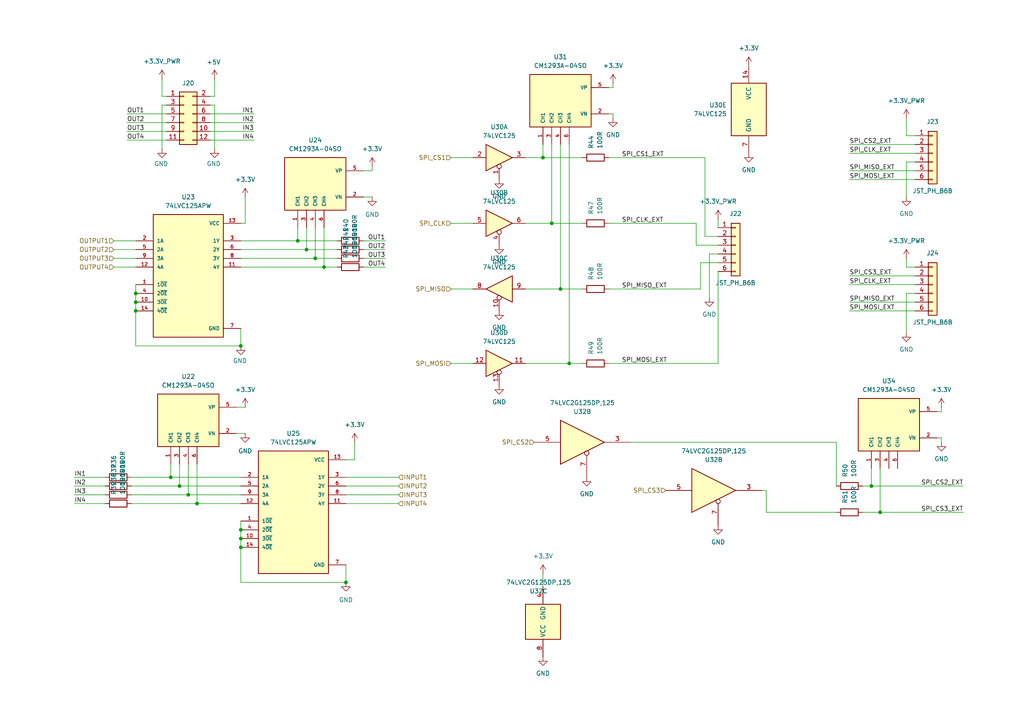
<source format=kicad_sch>
(kicad_sch (version 20231120) (generator "eeschema") (generator_version "8.0")
  (paper "A4")
  (lib_symbols
    (symbol "74LVC125APW:74LVC125APW" (pin_names (offset 1.016))
      (property "Reference" "U" (at -10.16 18.542 0))
      (property "Value" "74LVC125APW" (at -10.16 -20.32 0))
      (symbol "74LVC125APW_0_0"
        (rectangle (start -10.16 -17.78) (end 10.16 17.78) (stroke (width 0.254)) (fill (type background)))
        (pin input line (at -15.24 -2.54 0) (length 5.08) (name "1~{OE}") (number "1"))
        (pin input line (at -15.24 -7.62 0) (length 5.08) (name "3~{OE}") (number "10"))
        (pin output line (at 15.24 2.54 180) (length 5.08) (name "4Y") (number "11"))
        (pin input line (at -15.24 2.54 0) (length 5.08) (name "4A") (number "12"))
        (pin power_in line (at 15.24 15.24 180) (length 5.08) (name "VCC") (number "13"))
        (pin input line (at -15.24 -10.16 0) (length 5.08) (name "4~{OE}") (number "14"))
        (pin input line (at -15.24 10.16 0) (length 5.08) (name "1A") (number "2"))
        (pin output line (at 15.24 10.16 180) (length 5.08) (name "1Y") (number "3"))
        (pin input line (at -15.24 -5.08 0) (length 5.08) (name "2~{OE}") (number "4"))
        (pin input line (at -15.24 7.62 0) (length 5.08) (name "2A") (number "5"))
        (pin output line (at 15.24 7.62 180) (length 5.08) (name "2Y") (number "6"))
        (pin power_in line (at 15.24 -15.24 180) (length 5.08) (name "GND") (number "7"))
        (pin output line (at 15.24 5.08 180) (length 5.08) (name "3Y") (number "8"))
        (pin input line (at -15.24 5.08 0) (length 5.08) (name "3A") (number "9"))
      )
    )
    (symbol "74xGxx:74LVC2G125"
      (property "Reference" "U" (at 2.54 7.62 0))
      (property "Value" "74LVC2G125" (at 2.54 -7.62 0))
      (symbol "74LVC2G125_1_1"
        (polyline (pts (xy -7.62 6.35) (xy -7.62 -6.35) (xy 5.08 0) (xy -7.62 6.35)) (stroke (width 0.254)) (fill (type background)))
        (pin input inverted (at 0 10.16 270) (length 7.62) (name "~") (number "1"))
        (pin input line (at -15.24 0 0) (length 7.62) (name "~") (number "2"))
        (pin tri_state line (at 12.7 0 180) (length 7.62) (name "~") (number "6"))
      )
      (symbol "74LVC2G125_2_1"
        (polyline (pts (xy -7.62 6.35) (xy -7.62 -6.35) (xy 5.08 0) (xy -7.62 6.35)) (stroke (width 0.254)) (fill (type background)))
        (pin tri_state line (at 12.7 0 180) (length 7.62) (name "~") (number "3"))
        (pin input line (at -15.24 0 0) (length 7.62) (name "~") (number "5"))
        (pin input inverted (at 0 10.16 270) (length 7.62) (name "~") (number "7"))
      )
      (symbol "74LVC2G125_3_0"
        (rectangle (start -5.08 -5.08) (end 5.08 5.08) (stroke (width 0.254)) (fill (type background)))
      )
      (symbol "74LVC2G125_3_1"
        (pin power_in line (at 0 -10.16 90) (length 5.08) (name "GND") (number "4"))
        (pin power_in line (at 0 10.16 270) (length 5.08) (name "VCC") (number "8"))
      )
    )
    (symbol "74xx:74LVC125" (pin_names (offset 1.016))
      (property "Reference" "U" (at 0 1.27 0))
      (property "Value" "74LVC125" (at 0 -1.27 0))
      (symbol "74LVC125_1_0"
        (polyline (pts (xy -3.81 3.81) (xy -3.81 -3.81) (xy 3.81 0) (xy -3.81 3.81)) (stroke (width 0.254)) (fill (type background)))
        (pin input inverted (at 0 -6.35 90) (length 4.445) (name "~") (number "1"))
        (pin input line (at -7.62 0 0) (length 3.81) (name "~") (number "2"))
        (pin tri_state line (at 7.62 0 180) (length 3.81) (name "~") (number "3"))
      )
      (symbol "74LVC125_2_0"
        (polyline (pts (xy -3.81 3.81) (xy -3.81 -3.81) (xy 3.81 0) (xy -3.81 3.81)) (stroke (width 0.254)) (fill (type background)))
        (pin input inverted (at 0 -6.35 90) (length 4.445) (name "~") (number "4"))
        (pin input line (at -7.62 0 0) (length 3.81) (name "~") (number "5"))
        (pin tri_state line (at 7.62 0 180) (length 3.81) (name "~") (number "6"))
      )
      (symbol "74LVC125_3_0"
        (polyline (pts (xy -3.81 3.81) (xy -3.81 -3.81) (xy 3.81 0) (xy -3.81 3.81)) (stroke (width 0.254)) (fill (type background)))
        (pin input inverted (at 0 -6.35 90) (length 4.445) (name "~") (number "10"))
        (pin tri_state line (at 7.62 0 180) (length 3.81) (name "~") (number "8"))
        (pin input line (at -7.62 0 0) (length 3.81) (name "~") (number "9"))
      )
      (symbol "74LVC125_4_0"
        (polyline (pts (xy -3.81 3.81) (xy -3.81 -3.81) (xy 3.81 0) (xy -3.81 3.81)) (stroke (width 0.254)) (fill (type background)))
        (pin tri_state line (at 7.62 0 180) (length 3.81) (name "~") (number "11"))
        (pin input line (at -7.62 0 0) (length 3.81) (name "~") (number "12"))
        (pin input inverted (at 0 -6.35 90) (length 4.445) (name "~") (number "13"))
      )
      (symbol "74LVC125_5_0"
        (pin power_in line (at 0 12.7 270) (length 5.08) (name "VCC") (number "14"))
        (pin power_in line (at 0 -12.7 90) (length 5.08) (name "GND") (number "7"))
      )
      (symbol "74LVC125_5_1"
        (rectangle (start -5.08 7.62) (end 5.08 -7.62) (stroke (width 0.254)) (fill (type background)))
      )
    )
    (symbol "CM1293A-04SO:CM1293A-04SO" (pin_names (offset 1.016))
      (property "Reference" "U" (at 4.826 7.366 0))
      (property "Value" "CM1293A-04SO" (at 19.05 -12.7 0))
      (symbol "CM1293A-04SO_0_0"
        (rectangle (start 5.08 5.08) (end 22.86 -10.16) (stroke (width 0.254)) (fill (type background)))
        (pin bidirectional line (at 8.89 -15.24 90) (length 5.08) (name "CH1") (number "1"))
        (pin bidirectional line (at 27.94 -6.35 180) (length 5.08) (name "VN") (number "2"))
        (pin bidirectional line (at 11.43 -15.24 90) (length 5.08) (name "CH2") (number "3"))
        (pin bidirectional line (at 13.97 -15.24 90) (length 5.08) (name "CH3") (number "4"))
        (pin bidirectional line (at 27.94 1.27 180) (length 5.08) (name "VP") (number "5"))
        (pin bidirectional line (at 16.51 -15.24 90) (length 5.08) (name "CH4") (number "6"))
      )
    )
    (symbol "Connector_Generic:Conn_01x06" (pin_names (offset 1.016) hide)
      (property "Reference" "J" (at 0 7.62 0))
      (property "Value" "Conn_01x06" (at 0 -10.16 0))
      (symbol "Conn_01x06_1_1"
        (rectangle (start -1.27 -7.493) (end 0 -7.747) (stroke (width 0.1524)))
        (rectangle (start -1.27 -4.953) (end 0 -5.207) (stroke (width 0.1524)))
        (rectangle (start -1.27 -2.413) (end 0 -2.667) (stroke (width 0.1524)))
        (rectangle (start -1.27 0.127) (end 0 -0.127) (stroke (width 0.1524)))
        (rectangle (start -1.27 2.667) (end 0 2.413) (stroke (width 0.1524)))
        (rectangle (start -1.27 5.207) (end 0 4.953) (stroke (width 0.1524)))
        (rectangle (start -1.27 6.35) (end 1.27 -8.89) (stroke (width 0.254)) (fill (type background)))
        (pin passive line (at -5.08 5.08 0) (length 3.81) (name "Pin_1") (number "1"))
        (pin passive line (at -5.08 2.54 0) (length 3.81) (name "Pin_2") (number "2"))
        (pin passive line (at -5.08 0 0) (length 3.81) (name "Pin_3") (number "3"))
        (pin passive line (at -5.08 -2.54 0) (length 3.81) (name "Pin_4") (number "4"))
        (pin passive line (at -5.08 -5.08 0) (length 3.81) (name "Pin_5") (number "5"))
        (pin passive line (at -5.08 -7.62 0) (length 3.81) (name "Pin_6") (number "6"))
      )
    )
    (symbol "Connector_Generic:Conn_02x06_Odd_Even" (pin_names (offset 1.016) hide)
      (property "Reference" "J" (at 1.27 7.62 0))
      (property "Value" "Conn_02x06_Odd_Even" (at 1.27 -10.16 0))
      (symbol "Conn_02x06_Odd_Even_1_1"
        (rectangle (start -1.27 -7.493) (end 0 -7.747) (stroke (width 0.1524)))
        (rectangle (start -1.27 -4.953) (end 0 -5.207) (stroke (width 0.1524)))
        (rectangle (start -1.27 -2.413) (end 0 -2.667) (stroke (width 0.1524)))
        (rectangle (start -1.27 0.127) (end 0 -0.127) (stroke (width 0.1524)))
        (rectangle (start -1.27 2.667) (end 0 2.413) (stroke (width 0.1524)))
        (rectangle (start -1.27 5.207) (end 0 4.953) (stroke (width 0.1524)))
        (rectangle (start -1.27 6.35) (end 3.81 -8.89) (stroke (width 0.254)) (fill (type background)))
        (rectangle (start 3.81 -7.493) (end 2.54 -7.747) (stroke (width 0.1524)))
        (rectangle (start 3.81 -4.953) (end 2.54 -5.207) (stroke (width 0.1524)))
        (rectangle (start 3.81 -2.413) (end 2.54 -2.667) (stroke (width 0.1524)))
        (rectangle (start 3.81 0.127) (end 2.54 -0.127) (stroke (width 0.1524)))
        (rectangle (start 3.81 2.667) (end 2.54 2.413) (stroke (width 0.1524)))
        (rectangle (start 3.81 5.207) (end 2.54 4.953) (stroke (width 0.1524)))
        (pin passive line (at -5.08 5.08 0) (length 3.81) (name "Pin_1") (number "1"))
        (pin passive line (at 7.62 -5.08 180) (length 3.81) (name "Pin_10") (number "10"))
        (pin passive line (at -5.08 -7.62 0) (length 3.81) (name "Pin_11") (number "11"))
        (pin passive line (at 7.62 -7.62 180) (length 3.81) (name "Pin_12") (number "12"))
        (pin passive line (at 7.62 5.08 180) (length 3.81) (name "Pin_2") (number "2"))
        (pin passive line (at -5.08 2.54 0) (length 3.81) (name "Pin_3") (number "3"))
        (pin passive line (at 7.62 2.54 180) (length 3.81) (name "Pin_4") (number "4"))
        (pin passive line (at -5.08 0 0) (length 3.81) (name "Pin_5") (number "5"))
        (pin passive line (at 7.62 0 180) (length 3.81) (name "Pin_6") (number "6"))
        (pin passive line (at -5.08 -2.54 0) (length 3.81) (name "Pin_7") (number "7"))
        (pin passive line (at 7.62 -2.54 180) (length 3.81) (name "Pin_8") (number "8"))
        (pin passive line (at -5.08 -5.08 0) (length 3.81) (name "Pin_9") (number "9"))
      )
    )
    (symbol "Device:R" (pin_numbers hide) (pin_names (offset 0))
      (property "Reference" "R" (at 2.032 0 90))
      (property "Value" "R" (at 0 0 90))
      (symbol "R_0_1"
        (rectangle (start -1.016 -2.54) (end 1.016 2.54) (stroke (width 0.254)))
      )
      (symbol "R_1_1"
        (pin passive line (at 0 3.81 270) (length 1.27) (name "~") (number "1"))
        (pin passive line (at 0 -3.81 90) (length 1.27) (name "~") (number "2"))
      )
    )
    (symbol "power:+3.3V" (power) (pin_numbers hide) (pin_names (offset 0) hide)
      (property "Value" "+3.3V" (at 0 3.556 0))
      (symbol "+3.3V_0_1"
        (polyline (pts (xy -0.762 1.27) (xy 0 2.54)))
        (polyline (pts (xy 0 0) (xy 0 2.54)))
        (polyline (pts (xy 0 2.54) (xy 0.762 1.27)))
      )
      (symbol "+3.3V_1_1"
        (pin power_in line (at 0 0 90) (length 0) (name "~") (number "1"))
      )
    )
    (symbol "power:+5V" (power) (pin_numbers hide) (pin_names (offset 0) hide)
      (property "Value" "+5V" (at 0 3.556 0))
      (symbol "+5V_0_1"
        (polyline (pts (xy -0.762 1.27) (xy 0 2.54)))
        (polyline (pts (xy 0 0) (xy 0 2.54)))
        (polyline (pts (xy 0 2.54) (xy 0.762 1.27)))
      )
      (symbol "+5V_1_1"
        (pin power_in line (at 0 0 90) (length 0) (name "~") (number "1"))
      )
    )
    (symbol "power:GND" (power) (pin_numbers hide) (pin_names (offset 0) hide)
      (property "Value" "GND" (at 0 -3.81 0))
      (symbol "GND_0_1"
        (polyline (pts (xy 0 0) (xy 0 -1.27) (xy 1.27 -1.27) (xy 0 -2.54) (xy -1.27 -1.27) (xy 0 -1.27)))
      )
      (symbol "GND_1_1"
        (pin power_in line (at 0 0 270) (length 0) (name "~") (number "1"))
      )
    )
  )
  (junction (at 157.48 45.72))
  (junction (at 91.44 74.93))
  (junction (at 162.56 83.82))
  (junction (at 52.07 140.97))
  (junction (at 39.37 85.09))
  (junction (at 57.15 146.05))
  (junction (at 255.27 148.59))
  (junction (at 86.36 69.85))
  (junction (at 88.9 72.39))
  (junction (at 93.98 77.47))
  (junction (at 39.37 87.63))
  (junction (at 100.33 168.91))
  (junction (at 39.37 90.17))
  (junction (at 69.85 153.67))
  (junction (at 69.85 156.21))
  (junction (at 160.02 64.77))
  (junction (at 252.73 140.97))
  (junction (at 49.53 138.43))
  (junction (at 54.61 143.51))
  (junction (at 165.1 105.41))
  (junction (at 69.85 100.33))
  (junction (at 69.85 158.75))
  (wire (pts (xy 273.05 119.38) (xy 273.05 118.11)))
  (wire (pts (xy 265.43 46.99) (xy 262.89 46.99)))
  (wire (pts (xy 265.43 77.47) (xy 262.89 77.47)))
  (wire (pts (xy 246.38 52.07) (xy 265.43 52.07)))
  (wire (pts (xy 105.41 49.53) (xy 107.95 49.53)))
  (wire (pts (xy 36.83 33.02) (xy 48.26 33.02)))
  (wire (pts (xy 88.9 72.39) (xy 97.79 72.39)))
  (wire (pts (xy 177.8 33.02) (xy 177.8 34.29)))
  (wire (pts (xy 91.44 66.04) (xy 91.44 74.93)))
  (wire (pts (xy 62.23 22.86) (xy 62.23 27.94)))
  (wire (pts (xy 69.85 74.93) (xy 91.44 74.93)))
  (wire (pts (xy 54.61 134.62) (xy 54.61 143.51)))
  (wire (pts (xy 36.83 38.1) (xy 48.26 38.1)))
  (wire (pts (xy 38.1 138.43) (xy 49.53 138.43)))
  (wire (pts (xy 105.41 77.47) (xy 111.76 77.47)))
  (wire (pts (xy 176.53 33.02) (xy 177.8 33.02)))
  (wire (pts (xy 273.05 127) (xy 273.05 128.27)))
  (wire (pts (xy 105.41 69.85) (xy 111.76 69.85)))
  (wire (pts (xy 54.61 143.51) (xy 69.85 143.51)))
  (wire (pts (xy 105.41 74.93) (xy 111.76 74.93)))
  (wire (pts (xy 208.28 105.41) (xy 208.28 78.74)))
  (wire (pts (xy 220.98 142.24) (xy 222.25 142.24)))
  (wire (pts (xy 165.1 105.41) (xy 168.91 105.41)))
  (wire (pts (xy 38.1 143.51) (xy 54.61 143.51)))
  (wire (pts (xy 102.87 128.27) (xy 102.87 133.35)))
  (wire (pts (xy 69.85 158.75) (xy 69.85 168.91)))
  (wire (pts (xy 33.02 74.93) (xy 39.37 74.93)))
  (wire (pts (xy 91.44 74.93) (xy 97.79 74.93)))
  (wire (pts (xy 100.33 168.91) (xy 100.33 163.83)))
  (wire (pts (xy 48.26 27.94) (xy 46.99 27.94)))
  (wire (pts (xy 160.02 41.91) (xy 160.02 64.77)))
  (wire (pts (xy 69.85 151.13) (xy 69.85 153.67)))
  (wire (pts (xy 182.88 128.27) (xy 242.57 128.27)))
  (wire (pts (xy 201.93 71.12) (xy 208.28 71.12)))
  (wire (pts (xy 100.33 146.05) (xy 115.57 146.05)))
  (wire (pts (xy 152.4 64.77) (xy 160.02 64.77)))
  (wire (pts (xy 250.19 148.59) (xy 255.27 148.59)))
  (wire (pts (xy 203.2 76.2) (xy 208.28 76.2)))
  (wire (pts (xy 265.43 39.37) (xy 262.89 39.37)))
  (wire (pts (xy 100.33 140.97) (xy 115.57 140.97)))
  (wire (pts (xy 71.12 57.15) (xy 71.12 64.77)))
  (wire (pts (xy 255.27 148.59) (xy 279.4 148.59)))
  (wire (pts (xy 100.33 138.43) (xy 115.57 138.43)))
  (wire (pts (xy 62.23 30.48) (xy 62.23 43.18)))
  (wire (pts (xy 246.38 41.91) (xy 265.43 41.91)))
  (wire (pts (xy 246.38 82.55) (xy 265.43 82.55)))
  (wire (pts (xy 48.26 30.48) (xy 46.99 30.48)))
  (wire (pts (xy 60.96 38.1) (xy 73.66 38.1)))
  (wire (pts (xy 246.38 90.17) (xy 265.43 90.17)))
  (wire (pts (xy 93.98 77.47) (xy 97.79 77.47)))
  (wire (pts (xy 177.8 24.13) (xy 177.8 25.4)))
  (wire (pts (xy 38.1 146.05) (xy 57.15 146.05)))
  (wire (pts (xy 93.98 66.04) (xy 93.98 77.47)))
  (wire (pts (xy 60.96 35.56) (xy 73.66 35.56)))
  (wire (pts (xy 33.02 77.47) (xy 39.37 77.47)))
  (wire (pts (xy 39.37 100.33) (xy 69.85 100.33)))
  (wire (pts (xy 176.53 83.82) (xy 203.2 83.82)))
  (wire (pts (xy 36.83 35.56) (xy 48.26 35.56)))
  (wire (pts (xy 49.53 134.62) (xy 49.53 138.43)))
  (wire (pts (xy 255.27 135.89) (xy 255.27 148.59)))
  (wire (pts (xy 176.53 64.77) (xy 201.93 64.77)))
  (wire (pts (xy 246.38 44.45) (xy 265.43 44.45)))
  (wire (pts (xy 21.59 143.51) (xy 30.48 143.51)))
  (wire (pts (xy 60.96 33.02) (xy 73.66 33.02)))
  (wire (pts (xy 107.95 48.26) (xy 107.95 49.53)))
  (wire (pts (xy 38.1 140.97) (xy 52.07 140.97)))
  (wire (pts (xy 271.78 127) (xy 273.05 127)))
  (wire (pts (xy 222.25 148.59) (xy 242.57 148.59)))
  (wire (pts (xy 262.89 46.99) (xy 262.89 57.15)))
  (wire (pts (xy 60.96 30.48) (xy 62.23 30.48)))
  (wire (pts (xy 100.33 133.35) (xy 102.87 133.35)))
  (wire (pts (xy 39.37 82.55) (xy 39.37 85.09)))
  (wire (pts (xy 176.53 45.72) (xy 204.47 45.72)))
  (wire (pts (xy 152.4 45.72) (xy 157.48 45.72)))
  (wire (pts (xy 204.47 68.58) (xy 208.28 68.58)))
  (wire (pts (xy 33.02 69.85) (xy 39.37 69.85)))
  (wire (pts (xy 60.96 40.64) (xy 73.66 40.64)))
  (wire (pts (xy 130.81 105.41) (xy 137.16 105.41)))
  (wire (pts (xy 105.41 72.39) (xy 111.76 72.39)))
  (wire (pts (xy 250.19 140.97) (xy 252.73 140.97)))
  (wire (pts (xy 246.38 80.01) (xy 265.43 80.01)))
  (wire (pts (xy 162.56 83.82) (xy 168.91 83.82)))
  (wire (pts (xy 105.41 57.15) (xy 107.95 57.15)))
  (wire (pts (xy 69.85 156.21) (xy 69.85 158.75)))
  (wire (pts (xy 262.89 77.47) (xy 262.89 74.93)))
  (wire (pts (xy 157.48 41.91) (xy 157.48 45.72)))
  (wire (pts (xy 69.85 64.77) (xy 71.12 64.77)))
  (wire (pts (xy 176.53 25.4) (xy 177.8 25.4)))
  (wire (pts (xy 160.02 64.77) (xy 168.91 64.77)))
  (wire (pts (xy 205.74 73.66) (xy 205.74 86.36)))
  (wire (pts (xy 46.99 30.48) (xy 46.99 43.18)))
  (wire (pts (xy 69.85 72.39) (xy 88.9 72.39)))
  (wire (pts (xy 69.85 153.67) (xy 69.85 156.21)))
  (wire (pts (xy 222.25 142.24) (xy 222.25 148.59)))
  (wire (pts (xy 252.73 140.97) (xy 279.4 140.97)))
  (wire (pts (xy 246.38 87.63) (xy 265.43 87.63)))
  (wire (pts (xy 157.48 166.37) (xy 157.48 170.18)))
  (wire (pts (xy 39.37 85.09) (xy 39.37 87.63)))
  (wire (pts (xy 162.56 41.91) (xy 162.56 83.82)))
  (wire (pts (xy 69.85 69.85) (xy 86.36 69.85)))
  (wire (pts (xy 271.78 119.38) (xy 273.05 119.38)))
  (wire (pts (xy 86.36 66.04) (xy 86.36 69.85)))
  (wire (pts (xy 265.43 85.09) (xy 262.89 85.09)))
  (wire (pts (xy 88.9 66.04) (xy 88.9 72.39)))
  (wire (pts (xy 33.02 72.39) (xy 39.37 72.39)))
  (wire (pts (xy 68.58 125.73) (xy 71.12 125.73)))
  (wire (pts (xy 57.15 134.62) (xy 57.15 146.05)))
  (wire (pts (xy 52.07 140.97) (xy 69.85 140.97)))
  (wire (pts (xy 100.33 143.51) (xy 115.57 143.51)))
  (wire (pts (xy 52.07 134.62) (xy 52.07 140.97)))
  (wire (pts (xy 208.28 73.66) (xy 205.74 73.66)))
  (wire (pts (xy 36.83 40.64) (xy 48.26 40.64)))
  (wire (pts (xy 46.99 22.86) (xy 46.99 27.94)))
  (wire (pts (xy 262.89 39.37) (xy 262.89 34.29)))
  (wire (pts (xy 21.59 138.43) (xy 30.48 138.43)))
  (wire (pts (xy 60.96 27.94) (xy 62.23 27.94)))
  (wire (pts (xy 262.89 85.09) (xy 262.89 96.52)))
  (wire (pts (xy 165.1 41.91) (xy 165.1 105.41)))
  (wire (pts (xy 152.4 105.41) (xy 165.1 105.41)))
  (wire (pts (xy 252.73 135.89) (xy 252.73 140.97)))
  (wire (pts (xy 246.38 49.53) (xy 265.43 49.53)))
  (wire (pts (xy 201.93 64.77) (xy 201.93 71.12)))
  (wire (pts (xy 152.4 83.82) (xy 162.56 83.82)))
  (wire (pts (xy 49.53 138.43) (xy 69.85 138.43)))
  (wire (pts (xy 69.85 77.47) (xy 93.98 77.47)))
  (wire (pts (xy 39.37 90.17) (xy 39.37 100.33)))
  (wire (pts (xy 57.15 146.05) (xy 69.85 146.05)))
  (wire (pts (xy 242.57 128.27) (xy 242.57 140.97)))
  (wire (pts (xy 68.58 118.11) (xy 71.12 118.11)))
  (wire (pts (xy 130.81 64.77) (xy 137.16 64.77)))
  (wire (pts (xy 69.85 100.33) (xy 69.85 95.25)))
  (wire (pts (xy 208.28 63.5) (xy 208.28 66.04)))
  (wire (pts (xy 204.47 45.72) (xy 204.47 68.58)))
  (wire (pts (xy 39.37 87.63) (xy 39.37 90.17)))
  (wire (pts (xy 157.48 45.72) (xy 168.91 45.72)))
  (wire (pts (xy 130.81 83.82) (xy 137.16 83.82)))
  (wire (pts (xy 86.36 69.85) (xy 97.79 69.85)))
  (wire (pts (xy 69.85 168.91) (xy 100.33 168.91)))
  (wire (pts (xy 176.53 105.41) (xy 208.28 105.41)))
  (wire (pts (xy 130.81 45.72) (xy 137.16 45.72)))
  (wire (pts (xy 21.59 140.97) (xy 30.48 140.97)))
  (wire (pts (xy 203.2 83.82) (xy 203.2 76.2)))
  (wire (pts (xy 21.59 146.05) (xy 30.48 146.05)))
  (label "OUT1" (at 111.76 69.85 180))
  (label "OUT2" (at 36.83 35.56 0))
  (label "IN2" (at 73.66 35.56 180))
  (label "OUT2" (at 111.76 72.39 180))
  (label "IN3" (at 21.59 143.51 0))
  (label "IN2" (at 21.59 140.97 0))
  (label "SPI_MISO_EXT" (at 246.38 49.53 0))
  (label "SPI_CS2_EXT" (at 246.38 41.91 0))
  (label "IN1" (at 73.66 33.02 180))
  (label "SPI_MISO_EXT" (at 180.34 83.82 0))
  (label "OUT4" (at 111.76 77.47 180))
  (label "SPI_MOSI_EXT" (at 246.38 90.17 0))
  (label "SPI_CS1_EXT" (at 180.34 45.72 0))
  (label "SPI_CS2_EXT" (at 279.4 140.97 180))
  (label "SPI_CLK_EXT" (at 180.34 64.77 0))
  (label "OUT3" (at 111.76 74.93 180))
  (label "IN1" (at 21.59 138.43 0))
  (label "SPI_CS3_EXT" (at 279.4 148.59 180))
  (label "SPI_CLK_EXT" (at 246.38 44.45 0))
  (label "IN3" (at 73.66 38.1 180))
  (label "SPI_MOSI_EXT" (at 246.38 52.07 0))
  (label "SPI_MOSI_EXT" (at 180.34 105.41 0))
  (label "SPI_CLK_EXT" (at 246.38 82.55 0))
  (label "IN4" (at 73.66 40.64 180))
  (label "OUT4" (at 36.83 40.64 0))
  (label "IN4" (at 21.59 146.05 0))
  (label "SPI_MISO_EXT" (at 246.38 87.63 0))
  (label "OUT3" (at 36.83 38.1 0))
  (label "SPI_CS3_EXT" (at 246.38 80.01 0))
  (label "OUT1" (at 36.83 33.02 0))
  (hierarchical_label "INPUT2" (shape input) (at 115.57 140.97 0))
  (hierarchical_label "OUTPUT2" (shape input) (at 33.02 72.39 180))
  (hierarchical_label "OUTPUT4" (shape input) (at 33.02 77.47 180))
  (hierarchical_label "OUTPUT3" (shape input) (at 33.02 74.93 180))
  (hierarchical_label "SPI_CS1" (shape input) (at 130.81 45.72 180))
  (hierarchical_label "OUTPUT1" (shape input) (at 33.02 69.85 180))
  (hierarchical_label "SPI_MISO" (shape input) (at 130.81 83.82 180))
  (hierarchical_label "INPUT4" (shape input) (at 115.57 146.05 0))
  (hierarchical_label "SPI_CS3" (shape input) (at 193.04 142.24 180))
  (hierarchical_label "SPI_MOSI" (shape input) (at 130.81 105.41 180))
  (hierarchical_label "SPI_CLK" (shape input) (at 130.81 64.77 180))
  (hierarchical_label "INPUT3" (shape input) (at 115.57 143.51 0))
  (hierarchical_label "INPUT1" (shape input) (at 115.57 138.43 0))
  (hierarchical_label "SPI_CS2" (shape input) (at 154.94 128.27 180))
  (symbol (lib_id "power:+3.3V") (at 217.17 19.05 0) (mirror y) (unit 1)
    (property "Reference" "#PWR0131" (effects (hide yes)))
    (property "Value" "+3.3V" (at 217.17 13.97 0))
    (property "Description" "Power symbol creates a global label with name \"+3.3V\"" (effects (hide yes)))
  )
  (symbol (lib_id "power:GND") (at 107.95 57.15 0) (unit 1)
    (property "Reference" "#PWR0116" (effects (hide yes)))
    (property "Value" "GND" (at 107.95 62.23 0))
    (property "Description" "Power symbol creates a global label with name \"GND\" , ground" (effects (hide yes)))
  )
  (symbol (lib_id "power:+3.3V") (at 46.99 22.86 0) (unit 1)
    (property "Reference" "#PWR0103" (effects (hide yes)))
    (property "Value" "+3.3V_PWR" (at 46.99 17.78 0))
    (property "Description" "Power symbol creates a global label with name \"+3.3V\"" (effects (hide yes)))
  )
  (symbol (lib_id "power:+3.3V") (at 157.48 166.37 0) (mirror y) (unit 1)
    (property "Reference" "#PWR0149" (effects (hide yes)))
    (property "Value" "+3.3V" (at 157.48 161.29 0))
    (property "Description" "Power symbol creates a global label with name \"+3.3V\"" (effects (hide yes)))
  )
  (symbol (lib_id "power:GND") (at 144.78 71.12 0) (unit 1)
    (property "Reference" "#PWR0134" (effects (hide yes)))
    (property "Value" "GND" (at 144.78 75.946 0))
    (property "Description" "Power symbol creates a global label with name \"GND\" , ground" (effects (hide yes)))
  )
  (symbol (lib_id "power:+3.3V") (at 107.95 48.26 0) (unit 1)
    (property "Reference" "#PWR0113" (effects (hide yes)))
    (property "Value" "+3.3V" (at 107.95 43.18 0))
    (property "Description" "Power symbol creates a global label with name \"+3.3V\"" (effects (hide yes)))
  )
  (symbol (lib_id "power:GND") (at 144.78 52.07 0) (unit 1)
    (property "Reference" "#PWR0133" (effects (hide yes)))
    (property "Value" "GND" (at 144.78 56.896 0))
    (property "Description" "Power symbol creates a global label with name \"GND\" , ground" (effects (hide yes)))
  )
  (symbol (lib_id "power:+3.3V") (at 273.05 118.11 0) (unit 1)
    (property "Reference" "#PWR0144" (effects (hide yes)))
    (property "Value" "+3.3V" (at 273.05 113.03 0))
    (property "Description" "Power symbol creates a global label with name \"+3.3V\"" (effects (hide yes)))
  )
  (symbol (lib_id "Device:R") (at 246.38 140.97 90) (unit 1)
    (property "Reference" "R50" (at 245.1099 138.43 0) (effects (justify left)))
    (property "Value" "100R" (at 247.6499 138.43 0) (effects (justify left)))
    (property "Footprint" "Resistor_SMD:R_0805_2012Metric_Pad1.20x1.40mm_HandSolder" (effects (hide yes)))
    (property "Description" "Resistor" (effects (hide yes)))
  )
  (symbol (lib_id "power:GND") (at 273.05 128.27 0) (unit 1)
    (property "Reference" "#PWR0145" (effects (hide yes)))
    (property "Value" "GND" (at 273.05 133.096 0))
    (property "Description" "Power symbol creates a global label with name \"GND\" , ground" (effects (hide yes)))
  )
  (symbol (lib_id "power:GND") (at 262.89 57.15 0) (unit 1)
    (property "Reference" "#PWR0147" (effects (hide yes)))
    (property "Value" "GND" (at 262.89 61.976 0))
    (property "Description" "Power symbol creates a global label with name \"GND\" , ground" (effects (hide yes)))
  )
  (symbol (lib_id "Device:R") (at 246.38 148.59 90) (unit 1)
    (property "Reference" "R51" (at 245.1099 146.05 0) (effects (justify left)))
    (property "Value" "100R" (at 247.6499 146.05 0) (effects (justify left)))
    (property "Footprint" "Resistor_SMD:R_0805_2012Metric_Pad1.20x1.40mm_HandSolder" (effects (hide yes)))
    (property "Description" "Resistor" (effects (hide yes)))
  )
  (symbol (lib_id "Device:R") (at 34.29 146.05 90) (unit 1)
    (property "Reference" "R39" (at 33.0199 143.51 0) (effects (justify left)))
    (property "Value" "100R" (at 35.5599 143.51 0) (effects (justify left)))
    (property "Footprint" "Resistor_SMD:R_0805_2012Metric_Pad1.20x1.40mm_HandSolder" (effects (hide yes)))
    (property "Description" "Resistor" (effects (hide yes)))
  )
  (symbol (lib_id "power:+5V") (at 62.23 22.86 0) (unit 1)
    (property "Reference" "#PWR0105" (effects (hide yes)))
    (property "Value" "+5V" (at 61.976 18.034 0))
    (property "Description" "Power symbol creates a global label with name \"+5V\"" (effects (hide yes)))
  )
  (symbol (lib_id "power:GND") (at 71.12 125.73 0) (unit 1)
    (property "Reference" "#PWR0110" (effects (hide yes)))
    (property "Value" "GND" (at 71.12 130.81 0))
    (property "Description" "Power symbol creates a global label with name \"GND\" , ground" (effects (hide yes)))
  )
  (symbol (lib_id "power:GND") (at 217.17 44.45 0) (mirror y) (unit 1)
    (property "Reference" "#PWR0132" (effects (hide yes)))
    (property "Value" "GND" (at 217.17 49.276 0))
    (property "Description" "Power symbol creates a global label with name \"GND\" , ground" (effects (hide yes)))
  )
  (symbol (lib_id "Device:R") (at 172.72 64.77 90) (unit 1)
    (property "Reference" "R47" (at 171.4499 62.23 0) (effects (justify left)))
    (property "Value" "100R" (at 173.9899 62.23 0) (effects (justify left)))
    (property "Footprint" "Resistor_SMD:R_0805_2012Metric_Pad1.20x1.40mm_HandSolder" (effects (hide yes)))
    (property "Description" "Resistor" (effects (hide yes)))
  )
  (symbol (lib_id "power:GND") (at 62.23 43.18 0) (unit 1)
    (property "Reference" "#PWR0106" (effects (hide yes)))
    (property "Value" "GND" (at 61.976 47.498 0))
    (property "Description" "Power symbol creates a global label with name \"GND\" , ground" (effects (hide yes)))
  )
  (symbol (lib_id "Device:R") (at 101.6 77.47 90) (unit 1)
    (property "Reference" "R43" (at 100.3299 74.93 0) (effects (justify left)))
    (property "Value" "100R" (at 102.8699 74.93 0) (effects (justify left)))
    (property "Footprint" "Resistor_SMD:R_0805_2012Metric_Pad1.20x1.40mm_HandSolder" (effects (hide yes)))
    (property "Description" "Resistor" (effects (hide yes)))
  )
  (symbol (lib_id "74xx:74LVC125") (at 144.78 105.41 0) (unit 4)
    (property "Reference" "U30" (at 144.78 96.52 0))
    (property "Value" "74LVC125" (at 144.78 99.06 0))
    (property "Datasheet" "http://www.ti.com/lit/gpn/sn74LVC125" (effects (hide yes)))
    (property "Description" "Quad buffer 3-State outputs" (effects (hide yes)))
  )
  (symbol (lib_id "74xx:74LVC125") (at 217.17 31.75 0) (mirror y) (unit 5)
    (property "Reference" "U30" (at 210.82 30.4799 0) (effects (justify left)))
    (property "Value" "74LVC125" (at 210.82 33.0199 0) (effects (justify left)))
    (property "Datasheet" "http://www.ti.com/lit/gpn/sn74LVC125" (effects (hide yes)))
    (property "Description" "Quad buffer 3-State outputs" (effects (hide yes)))
  )
  (symbol (lib_id "Device:R") (at 101.6 74.93 90) (unit 1)
    (property "Reference" "R42" (at 100.3299 72.39 0) (effects (justify left)))
    (property "Value" "100R" (at 102.8699 72.39 0) (effects (justify left)))
    (property "Footprint" "Resistor_SMD:R_0805_2012Metric_Pad1.20x1.40mm_HandSolder" (effects (hide yes)))
    (property "Description" "Resistor" (effects (hide yes)))
  )
  (symbol (lib_id "Device:R") (at 172.72 83.82 90) (unit 1)
    (property "Reference" "R48" (at 171.4499 81.28 0) (effects (justify left)))
    (property "Value" "100R" (at 173.9899 81.28 0) (effects (justify left)))
    (property "Footprint" "Resistor_SMD:R_0805_2012Metric_Pad1.20x1.40mm_HandSolder" (effects (hide yes)))
    (property "Description" "Resistor" (effects (hide yes)))
  )
  (symbol (lib_id "CM1293A-04SO:CM1293A-04SO") (at 77.47 50.8 0) (unit 1)
    (property "Reference" "U24" (at 91.44 40.64 0))
    (property "Value" "CM1293A-04SO" (at 91.44 43.18 0))
    (property "Footprint" "CM1293A-04SO:SOT95P285X140-6N" (effects (hide yes)))
    (property "MF" "ON Semiconductor" (effects (hide yes)))
  )
  (symbol (lib_id "74xx:74LVC125") (at 144.78 83.82 0) (mirror y) (unit 3)
    (property "Reference" "U30" (at 144.78 74.93 0))
    (property "Value" "74LVC125" (at 144.78 77.47 0))
    (property "Datasheet" "http://www.ti.com/lit/gpn/sn74LVC125" (effects (hide yes)))
    (property "Description" "Quad buffer 3-State outputs" (effects (hide yes)))
  )
  (symbol (lib_id "power:+3.3V") (at 71.12 57.15 0) (unit 1)
    (property "Reference" "#PWR0108" (effects (hide yes)))
    (property "Value" "+3.3V" (at 71.12 52.07 0))
    (property "Description" "Power symbol creates a global label with name \"+3.3V\"" (effects (hide yes)))
  )
  (symbol (lib_id "Device:R") (at 101.6 69.85 90) (unit 1)
    (property "Reference" "R40" (at 100.3299 67.31 0) (effects (justify left)))
    (property "Value" "100R" (at 102.8699 67.31 0) (effects (justify left)))
    (property "Footprint" "Resistor_SMD:R_0805_2012Metric_Pad1.20x1.40mm_HandSolder" (effects (hide yes)))
    (property "Description" "Resistor" (effects (hide yes)))
  )
  (symbol (lib_id "power:GND") (at 177.8 34.29 0) (unit 1)
    (property "Reference" "#PWR0138" (effects (hide yes)))
    (property "Value" "GND" (at 177.8 39.116 0))
    (property "Description" "Power symbol creates a global label with name \"GND\" , ground" (effects (hide yes)))
  )
  (symbol (lib_id "power:+3.3V") (at 102.87 128.27 0) (unit 1)
    (property "Reference" "#PWR0112" (effects (hide yes)))
    (property "Value" "+3.3V" (at 102.87 123.19 0))
    (property "Description" "Power symbol creates a global label with name \"+3.3V\"" (effects (hide yes)))
  )
  (symbol (lib_id "Device:R") (at 101.6 72.39 90) (unit 1)
    (property "Reference" "R41" (at 100.3299 69.85 0) (effects (justify left)))
    (property "Value" "100R" (at 102.8699 69.85 0) (effects (justify left)))
    (property "Footprint" "Resistor_SMD:R_0805_2012Metric_Pad1.20x1.40mm_HandSolder" (effects (hide yes)))
    (property "Description" "Resistor" (effects (hide yes)))
  )
  (symbol (lib_id "power:GND") (at 144.78 111.76 0) (unit 1)
    (property "Reference" "#PWR0136" (effects (hide yes)))
    (property "Value" "GND" (at 144.78 116.586 0))
    (property "Description" "Power symbol creates a global label with name \"GND\" , ground" (effects (hide yes)))
  )
  (symbol (lib_id "74xx:74LVC125") (at 144.78 45.72 0) (unit 1)
    (property "Reference" "U30" (at 144.78 36.83 0))
    (property "Value" "74LVC125" (at 144.78 39.37 0))
    (property "Datasheet" "http://www.ti.com/lit/gpn/sn74LVC125" (effects (hide yes)))
    (property "Description" "Quad buffer 3-State outputs" (effects (hide yes)))
  )
  (symbol (lib_id "74xGxx:74LVC2G125") (at 208.28 142.24 0) (mirror x) (unit 2)
    (property "Reference" "U32" (at 207.01 133.35 0))
    (property "Value" "74LVC2G125DP,125" (at 207.01 130.81 0))
    (property "Footprint" "Package_SO:VSSOP-8_2.3x2mm_P0.5mm" (effects (hide yes)))
    (property "Datasheet" "http://www.ti.com/lit/sg/scyt129e/scyt129e.pdf" (effects (hide yes)))
    (property "Description" "Dual Buffer Tri-State, Low-Voltage CMOS" (effects (hide yes)))
  )
  (symbol (lib_id "CM1293A-04SO:CM1293A-04SO") (at 148.59 26.67 0) (unit 1)
    (property "Reference" "U31" (at 162.56 16.51 0))
    (property "Value" "CM1293A-04SO" (at 162.56 19.05 0))
    (property "Footprint" "CM1293A-04SO:SOT95P285X140-6N" (effects (hide yes)))
    (property "MF" "ON Semiconductor" (effects (hide yes)))
  )
  (symbol (lib_id "power:GND") (at 157.48 190.5 0) (unit 1)
    (property "Reference" "#PWR0150" (effects (hide yes)))
    (property "Value" "GND" (at 157.48 195.326 0))
    (property "Description" "Power symbol creates a global label with name \"GND\" , ground" (effects (hide yes)))
  )
  (symbol (lib_id "Connector_Generic:Conn_01x06") (at 270.51 82.55 0) (unit 1)
    (property "Reference" "J24" (at 270.51 73.406 0))
    (property "Value" "JST_PH_B6B" (at 270.51 93.472 0))
    (property "Footprint" "Connector_JST:JST_PH_B6B-PH-K_1x06_P2.00mm_Vertical" (effects (hide yes)))
    (property "Description" "Generic connector, single row, 01x06, script generated (kicad-library-utils/schlib/autogen/connector/)" (effects (hide yes)))
  )
  (symbol (lib_id "power:GND") (at 69.85 100.33 0) (unit 1)
    (property "Reference" "#PWR0107" (effects (hide yes)))
    (property "Value" "GND" (at 69.596 104.648 0))
    (property "Description" "Power symbol creates a global label with name \"GND\" , ground" (effects (hide yes)))
  )
  (symbol (lib_id "Device:R") (at 34.29 143.51 90) (unit 1)
    (property "Reference" "R38" (at 33.0199 140.97 0) (effects (justify left)))
    (property "Value" "100R" (at 35.5599 140.97 0) (effects (justify left)))
    (property "Footprint" "Resistor_SMD:R_0805_2012Metric_Pad1.20x1.40mm_HandSolder" (effects (hide yes)))
    (property "Description" "Resistor" (effects (hide yes)))
  )
  (symbol (lib_id "Device:R") (at 34.29 138.43 90) (unit 1)
    (property "Reference" "R36" (at 33.0199 135.89 0) (effects (justify left)))
    (property "Value" "100R" (at 35.5599 135.89 0) (effects (justify left)))
    (property "Footprint" "Resistor_SMD:R_0805_2012Metric_Pad1.20x1.40mm_HandSolder" (effects (hide yes)))
    (property "Description" "Resistor" (effects (hide yes)))
  )
  (symbol (lib_id "power:GND") (at 46.99 43.18 0) (unit 1)
    (property "Reference" "#PWR0104" (effects (hide yes)))
    (property "Value" "GND" (at 46.736 47.498 0))
    (property "Description" "Power symbol creates a global label with name \"GND\" , ground" (effects (hide yes)))
  )
  (symbol (lib_id "power:+3.3V") (at 71.12 118.11 0) (unit 1)
    (property "Reference" "#PWR0109" (effects (hide yes)))
    (property "Value" "+3.3V" (at 71.12 113.03 0))
    (property "Description" "Power symbol creates a global label with name \"+3.3V\"" (effects (hide yes)))
  )
  (symbol (lib_id "power:+3.3V") (at 262.89 74.93 0) (unit 1)
    (property "Reference" "#PWR0146" (effects (hide yes)))
    (property "Value" "+3.3V_PWR" (at 262.89 69.85 0))
    (property "Description" "Power symbol creates a global label with name \"+3.3V\"" (effects (hide yes)))
  )
  (symbol (lib_id "power:+3.3V") (at 208.28 63.5 0) (unit 1)
    (property "Reference" "#PWR0140" (effects (hide yes)))
    (property "Value" "+3.3V_PWR" (at 208.28 58.42 0))
    (property "Description" "Power symbol creates a global label with name \"+3.3V\"" (effects (hide yes)))
  )
  (symbol (lib_id "74LVC125APW:74LVC125APW") (at 54.61 80.01 0) (unit 1)
    (property "Reference" "U23" (at 54.61 57.15 0))
    (property "Value" "74LVC125APW" (at 54.61 59.69 0))
    (property "Footprint" "74LVC125APW:IC_74LVC125APW" (effects (hide yes)))
    (property "MF" "Nexperia USA" (effects (hide yes)))
    (property "MAXIMUM_PACKAGE_HEIGHT" "1.1mm" (effects (hide yes)))
    (property "Package" "TSSOP-14 Texas Instruments" (effects (hide yes)))
    (property "Price" "None" (effects (hide yes)))
    (property "Check_prices" "https://www.snapeda.com/parts/74LVC125APW-T/Nexperia/view-part/?ref=eda" (effects (hide yes)))
    (property "STANDARD" "Manufacturer Recommendations" (effects (hide yes)))
    (property "PARTREV" "9" (effects (hide yes)))
    (property "SnapEDA_Link" "https://www.snapeda.com/parts/74LVC125APW-T/Nexperia/view-part/?ref=snap" (effects (hide yes)))
    (property "MP" "74LVC125APW-T" (effects (hide yes)))
    (property "Purchase-URL" "https://www.snapeda.com/api/url_track_click_mouser/?unipart_id=457283&manufacturer=Nexperia USA&part_name=74LVC125APW-T&search_term=74lvc125" (effects (hide yes)))
    (property "Description_1" "\nBuffer, Non-Inverting 4 Element 1 Bit per Element 3-State Output 14-TSSOP\n" (effects (hide yes)))
    (property "MANUFACTURER" "Nexperia" (effects (hide yes)))
    (property "Availability" "Not in stock" (effects (hide yes)))
    (property "SNAPEDA_PN" "74LVC125APW" (effects (hide yes)))
  )
  (symbol (lib_id "74xGxx:74LVC2G125") (at 157.48 180.34 0) (mirror x) (unit 3)
    (property "Reference" "U32" (at 156.21 171.45 0))
    (property "Value" "74LVC2G125DP,125" (at 156.21 168.91 0))
    (property "Footprint" "Package_SO:VSSOP-8_2.3x2mm_P0.5mm" (effects (hide yes)))
    (property "Datasheet" "http://www.ti.com/lit/sg/scyt129e/scyt129e.pdf" (effects (hide yes)))
    (property "Description" "Dual Buffer Tri-State, Low-Voltage CMOS" (effects (hide yes)))
  )
  (symbol (lib_id "CM1293A-04SO:CM1293A-04SO") (at 243.84 120.65 0) (unit 1)
    (property "Reference" "U34" (at 257.81 110.49 0))
    (property "Value" "CM1293A-04SO" (at 257.81 113.03 0))
    (property "Footprint" "CM1293A-04SO:SOT95P285X140-6N" (effects (hide yes)))
    (property "MF" "ON Semiconductor" (effects (hide yes)))
  )
  (symbol (lib_id "power:GND") (at 170.18 138.43 0) (unit 1)
    (property "Reference" "#PWR0141" (effects (hide yes)))
    (property "Value" "GND" (at 170.18 143.256 0))
    (property "Description" "Power symbol creates a global label with name \"GND\" , ground" (effects (hide yes)))
  )
  (symbol (lib_id "power:GND") (at 208.28 152.4 0) (unit 1)
    (property "Reference" "#PWR0143" (effects (hide yes)))
    (property "Value" "GND" (at 208.28 157.226 0))
    (property "Description" "Power symbol creates a global label with name \"GND\" , ground" (effects (hide yes)))
  )
  (symbol (lib_id "power:+3.3V") (at 262.89 34.29 0) (unit 1)
    (property "Reference" "#PWR0142" (effects (hide yes)))
    (property "Value" "+3.3V_PWR" (at 262.89 29.21 0))
    (property "Description" "Power symbol creates a global label with name \"+3.3V\"" (effects (hide yes)))
  )
  (symbol (lib_id "power:GND") (at 205.74 86.36 0) (unit 1)
    (property "Reference" "#PWR0139" (effects (hide yes)))
    (property "Value" "GND" (at 205.74 91.186 0))
    (property "Description" "Power symbol creates a global label with name \"GND\" , ground" (effects (hide yes)))
  )
  (symbol (lib_id "power:GND") (at 144.78 90.17 0) (unit 1)
    (property "Reference" "#PWR0135" (effects (hide yes)))
    (property "Value" "GND" (at 144.78 94.996 0))
    (property "Description" "Power symbol creates a global label with name \"GND\" , ground" (effects (hide yes)))
  )
  (symbol (lib_id "power:GND") (at 100.33 168.91 0) (unit 1)
    (property "Reference" "#PWR0111" (effects (hide yes)))
    (property "Value" "GND" (at 100.33 173.99 0))
    (property "Description" "Power symbol creates a global label with name \"GND\" , ground" (effects (hide yes)))
  )
  (symbol (lib_id "Connector_Generic:Conn_02x06_Odd_Even") (at 53.34 33.02 0) (unit 1)
    (property "Reference" "J20" (at 54.61 24.13 0))
    (property "Value" "Conn_02x08_Odd_Even" (effects (hide yes)))
    (property "Footprint" "Connector_PinHeader_2.54mm:PinHeader_2x06_P2.54mm_Vertical" (effects (hide yes)))
    (property "Description" "Generic connector, double row, 02x06, odd/even pin numbering scheme (row 1 odd numbers, row 2 even numbers), script generated (kicad-library-utils/schlib/autogen/connector/)" (effects (hide yes)))
  )
  (symbol (lib_id "CM1293A-04SO:CM1293A-04SO") (at 40.64 119.38 0) (unit 1)
    (property "Reference" "U22" (at 54.61 109.22 0))
    (property "Value" "CM1293A-04SO" (at 54.61 111.76 0))
    (property "Footprint" "CM1293A-04SO:SOT95P285X140-6N" (effects (hide yes)))
    (property "MF" "ON Semiconductor" (effects (hide yes)))
  )
  (symbol (lib_id "Connector_Generic:Conn_01x06") (at 213.36 71.12 0) (unit 1)
    (property "Reference" "J22" (at 213.36 61.976 0))
    (property "Value" "JST_PH_B6B" (at 213.36 82.042 0))
    (property "Footprint" "Connector_JST:JST_PH_B6B-PH-K_1x06_P2.00mm_Vertical" (effects (hide yes)))
    (property "Description" "Generic connector, single row, 01x06, script generated (kicad-library-utils/schlib/autogen/connector/)" (effects (hide yes)))
  )
  (symbol (lib_id "74xGxx:74LVC2G125") (at 170.18 128.27 0) (mirror x) (unit 2)
    (property "Reference" "U32" (at 168.91 119.38 0))
    (property "Value" "74LVC2G125DP,125" (at 168.91 116.84 0))
    (property "Footprint" "Package_SO:VSSOP-8_2.3x2mm_P0.5mm" (effects (hide yes)))
    (property "Datasheet" "http://www.ti.com/lit/sg/scyt129e/scyt129e.pdf" (effects (hide yes)))
    (property "Description" "Dual Buffer Tri-State, Low-Voltage CMOS" (effects (hide yes)))
  )
  (symbol (lib_id "Device:R") (at 172.72 45.72 90) (unit 1)
    (property "Reference" "R44" (at 171.4499 43.18 0) (effects (justify left)))
    (property "Value" "100R" (at 173.9899 43.18 0) (effects (justify left)))
    (property "Footprint" "Resistor_SMD:R_0805_2012Metric_Pad1.20x1.40mm_HandSolder" (effects (hide yes)))
    (property "Description" "Resistor" (effects (hide yes)))
  )
  (symbol (lib_id "Device:R") (at 172.72 105.41 90) (unit 1)
    (property "Reference" "R49" (at 171.4499 102.87 0) (effects (justify left)))
    (property "Value" "100R" (at 173.9899 102.87 0) (effects (justify left)))
    (property "Footprint" "Resistor_SMD:R_0805_2012Metric_Pad1.20x1.40mm_HandSolder" (effects (hide yes)))
    (property "Description" "Resistor" (effects (hide yes)))
  )
  (symbol (lib_id "power:+3.3V") (at 177.8 24.13 0) (unit 1)
    (property "Reference" "#PWR0137" (effects (hide yes)))
    (property "Value" "+3.3V" (at 177.8 19.05 0))
    (property "Description" "Power symbol creates a global label with name \"+3.3V\"" (effects (hide yes)))
  )
  (symbol (lib_id "power:GND") (at 262.89 96.52 0) (unit 1)
    (property "Reference" "#PWR0148" (effects (hide yes)))
    (property "Value" "GND" (at 262.89 101.346 0))
    (property "Description" "Power symbol creates a global label with name \"GND\" , ground" (effects (hide yes)))
  )
  (symbol (lib_id "Device:R") (at 34.29 140.97 90) (unit 1)
    (property "Reference" "R37" (at 33.0199 138.43 0) (effects (justify left)))
    (property "Value" "100R" (at 35.5599 138.43 0) (effects (justify left)))
    (property "Footprint" "Resistor_SMD:R_0805_2012Metric_Pad1.20x1.40mm_HandSolder" (effects (hide yes)))
    (property "Description" "Resistor" (effects (hide yes)))
  )
  (symbol (lib_id "74LVC125APW:74LVC125APW") (at 85.09 148.59 0) (unit 1)
    (property "Reference" "U25" (at 85.09 125.73 0))
    (property "Value" "74LVC125APW" (at 85.09 128.27 0))
    (property "Footprint" "74LVC125APW:IC_74LVC125APW" (effects (hide yes)))
    (property "MF" "Nexperia USA" (effects (hide yes)))
    (property "MAXIMUM_PACKAGE_HEIGHT" "1.1mm" (effects (hide yes)))
    (property "Package" "TSSOP-14 Texas Instruments" (effects (hide yes)))
    (property "Price" "None" (effects (hide yes)))
    (property "Check_prices" "https://www.snapeda.com/parts/74LVC125APW-T/Nexperia/view-part/?ref=eda" (effects (hide yes)))
    (property "STANDARD" "Manufacturer Recommendations" (effects (hide yes)))
    (property "PARTREV" "9" (effects (hide yes)))
    (property "SnapEDA_Link" "https://www.snapeda.com/parts/74LVC125APW-T/Nexperia/view-part/?ref=snap" (effects (hide yes)))
    (property "MP" "74LVC125APW-T" (effects (hide yes)))
    (property "Purchase-URL" "https://www.snapeda.com/api/url_track_click_mouser/?unipart_id=457283&manufacturer=Nexperia USA&part_name=74LVC125APW-T&search_term=74lvc125" (effects (hide yes)))
    (property "Description_1" "\nBuffer, Non-Inverting 4 Element 1 Bit per Element 3-State Output 14-TSSOP\n" (effects (hide yes)))
    (property "MANUFACTURER" "Nexperia" (effects (hide yes)))
    (property "Availability" "Not in stock" (effects (hide yes)))
    (property "SNAPEDA_PN" "74LVC125APW" (effects (hide yes)))
  )
  (symbol (lib_id "Connector_Generic:Conn_01x06") (at 270.51 44.45 0) (unit 1)
    (property "Reference" "J23" (at 270.51 35.306 0))
    (property "Value" "JST_PH_B6B" (at 270.51 55.372 0))
    (property "Footprint" "Connector_JST:JST_PH_B6B-PH-K_1x06_P2.00mm_Vertical" (effects (hide yes)))
    (property "Description" "Generic connector, single row, 01x06, script generated (kicad-library-utils/schlib/autogen/connector/)" (effects (hide yes)))
  )
  (symbol (lib_id "74xx:74LVC125") (at 144.78 64.77 0) (unit 2)
    (property "Reference" "U30" (at 144.78 55.88 0))
    (property "Value" "74LVC125" (at 144.78 58.42 0))
    (property "Datasheet" "http://www.ti.com/lit/gpn/sn74LVC125" (effects (hide yes)))
    (property "Description" "Quad buffer 3-State outputs" (effects (hide yes)))
  )
)
</source>
